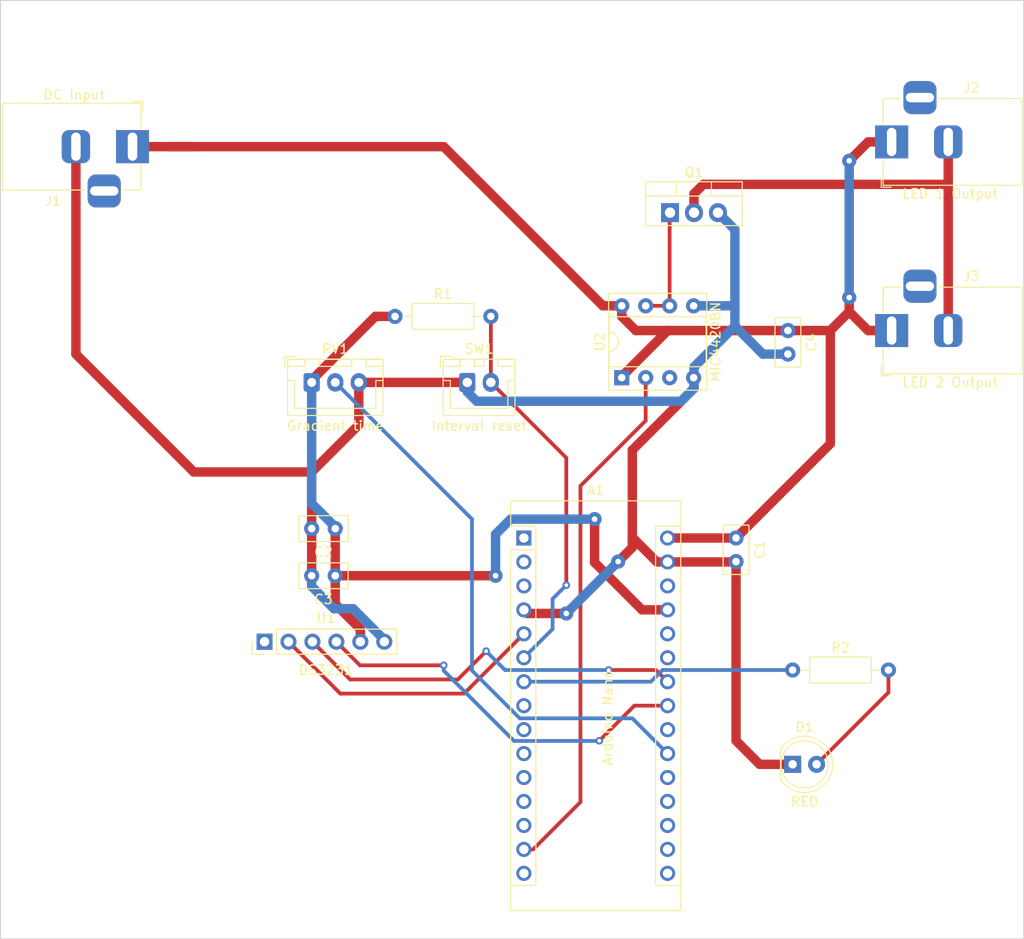
<source format=kicad_pcb>
(kicad_pcb (version 20171130) (host pcbnew "(5.1.7-0-10_14)")

  (general
    (thickness 1.6)
    (drawings 4)
    (tracks 143)
    (zones 0)
    (modules 16)
    (nets 14)
  )

  (page A4)
  (title_block
    (title "Aquarium clock-driven LED dimmer")
    (date 2020-10-21)
    (rev v1.0)
    (company "Martin Jakubik")
  )

  (layers
    (0 F.Cu signal)
    (31 B.Cu signal)
    (33 F.Adhes user)
    (35 F.Paste user)
    (37 F.SilkS user)
    (38 B.Mask user)
    (39 F.Mask user)
    (40 Dwgs.User user)
    (41 Cmts.User user)
    (42 Eco1.User user)
    (43 Eco2.User user)
    (44 Edge.Cuts user)
    (45 Margin user)
    (46 B.CrtYd user)
    (47 F.CrtYd user)
    (49 F.Fab user)
  )

  (setup
    (last_trace_width 0.4)
    (user_trace_width 0.4)
    (user_trace_width 1)
    (trace_clearance 0.2)
    (zone_clearance 0.508)
    (zone_45_only no)
    (trace_min 0.2)
    (via_size 0.8)
    (via_drill 0.4)
    (via_min_size 0.4)
    (via_min_drill 0.3)
    (uvia_size 0.3)
    (uvia_drill 0.1)
    (uvias_allowed no)
    (uvia_min_size 0.2)
    (uvia_min_drill 0.1)
    (edge_width 0.12)
    (segment_width 0.12)
    (pcb_text_width 0.3)
    (pcb_text_size 1.5 1.5)
    (mod_edge_width 0.12)
    (mod_text_size 1 1)
    (mod_text_width 0.15)
    (pad_size 1.524 1.524)
    (pad_drill 0.762)
    (pad_to_mask_clearance 0)
    (aux_axis_origin 0 0)
    (visible_elements FFFFEF7F)
    (pcbplotparams
      (layerselection 0x010fc_ffffffff)
      (usegerberextensions false)
      (usegerberattributes true)
      (usegerberadvancedattributes true)
      (creategerberjobfile true)
      (excludeedgelayer true)
      (linewidth 0.100000)
      (plotframeref false)
      (viasonmask false)
      (mode 1)
      (useauxorigin false)
      (hpglpennumber 1)
      (hpglpenspeed 20)
      (hpglpendiameter 15.000000)
      (psnegative false)
      (psa4output false)
      (plotreference true)
      (plotvalue true)
      (plotinvisibletext false)
      (padsonsilk false)
      (subtractmaskfromsilk false)
      (outputformat 1)
      (mirror false)
      (drillshape 1)
      (scaleselection 1)
      (outputdirectory ""))
  )

  (net 0 "")
  (net 1 +12V)
  (net 2 MOSFET)
  (net 3 GND)
  (net 4 +5V)
  (net 5 LED_ERROR)
  (net 6 IN_RESET)
  (net 7 IN_GRAD)
  (net 8 INT)
  (net 9 "Net-(D1-Pad2)")
  (net 10 OUT_LED)
  (net 11 SCL)
  (net 12 SDA)
  (net 13 /MOSFET_OUT)

  (net_class Default "This is the default net class."
    (clearance 0.2)
    (trace_width 0.4)
    (via_dia 0.8)
    (via_drill 0.4)
    (uvia_dia 0.3)
    (uvia_drill 0.1)
    (add_net /MOSFET_OUT)
    (add_net INT)
    (add_net IN_GRAD)
    (add_net IN_RESET)
    (add_net LED_ERROR)
    (add_net MOSFET)
    (add_net "Net-(A1-Pad1)")
    (add_net "Net-(A1-Pad10)")
    (add_net "Net-(A1-Pad11)")
    (add_net "Net-(A1-Pad12)")
    (add_net "Net-(A1-Pad13)")
    (add_net "Net-(A1-Pad15)")
    (add_net "Net-(A1-Pad16)")
    (add_net "Net-(A1-Pad17)")
    (add_net "Net-(A1-Pad18)")
    (add_net "Net-(A1-Pad19)")
    (add_net "Net-(A1-Pad2)")
    (add_net "Net-(A1-Pad20)")
    (add_net "Net-(A1-Pad22)")
    (add_net "Net-(A1-Pad25)")
    (add_net "Net-(A1-Pad26)")
    (add_net "Net-(A1-Pad28)")
    (add_net "Net-(A1-Pad3)")
    (add_net "Net-(A1-Pad8)")
    (add_net "Net-(A1-Pad9)")
    (add_net "Net-(D1-Pad2)")
    (add_net "Net-(U1-Pad1)")
    (add_net "Net-(U2-Pad3)")
    (add_net SCL)
    (add_net SDA)
  )

  (net_class Power ""
    (clearance 0.5)
    (trace_width 1)
    (via_dia 1.5)
    (via_drill 0.6)
    (uvia_dia 0.3)
    (uvia_drill 0.1)
    (add_net +12V)
    (add_net +5V)
    (add_net GND)
    (add_net OUT_LED)
  )

  (module Package_DIP:DIP-8_W7.62mm_Socket (layer F.Cu) (tedit 5A02E8C5) (tstamp 5F9746B3)
    (at 130.88 96 90)
    (descr "8-lead though-hole mounted DIP package, row spacing 7.62 mm (300 mils), Socket")
    (tags "THT DIP DIL PDIP 2.54mm 7.62mm 300mil Socket")
    (path /5F97E402)
    (fp_text reference U2 (at 3.81 -2.33 90) (layer F.SilkS)
      (effects (font (size 1 1) (thickness 0.15)))
    )
    (fp_text value MIC4420BN (at 3.81 9.95 90) (layer F.SilkS)
      (effects (font (size 1 1) (thickness 0.15)))
    )
    (fp_text user %R (at 3.81 3.81 90) (layer F.Fab)
      (effects (font (size 1 1) (thickness 0.15)))
    )
    (fp_arc (start 3.81 -1.33) (end 2.81 -1.33) (angle -180) (layer F.SilkS) (width 0.12))
    (fp_line (start 1.635 -1.27) (end 6.985 -1.27) (layer F.Fab) (width 0.1))
    (fp_line (start 6.985 -1.27) (end 6.985 8.89) (layer F.Fab) (width 0.1))
    (fp_line (start 6.985 8.89) (end 0.635 8.89) (layer F.Fab) (width 0.1))
    (fp_line (start 0.635 8.89) (end 0.635 -0.27) (layer F.Fab) (width 0.1))
    (fp_line (start 0.635 -0.27) (end 1.635 -1.27) (layer F.Fab) (width 0.1))
    (fp_line (start -1.27 -1.33) (end -1.27 8.95) (layer F.Fab) (width 0.1))
    (fp_line (start -1.27 8.95) (end 8.89 8.95) (layer F.Fab) (width 0.1))
    (fp_line (start 8.89 8.95) (end 8.89 -1.33) (layer F.Fab) (width 0.1))
    (fp_line (start 8.89 -1.33) (end -1.27 -1.33) (layer F.Fab) (width 0.1))
    (fp_line (start 2.81 -1.33) (end 1.16 -1.33) (layer F.SilkS) (width 0.12))
    (fp_line (start 1.16 -1.33) (end 1.16 8.95) (layer F.SilkS) (width 0.12))
    (fp_line (start 1.16 8.95) (end 6.46 8.95) (layer F.SilkS) (width 0.12))
    (fp_line (start 6.46 8.95) (end 6.46 -1.33) (layer F.SilkS) (width 0.12))
    (fp_line (start 6.46 -1.33) (end 4.81 -1.33) (layer F.SilkS) (width 0.12))
    (fp_line (start -1.33 -1.39) (end -1.33 9.01) (layer F.SilkS) (width 0.12))
    (fp_line (start -1.33 9.01) (end 8.95 9.01) (layer F.SilkS) (width 0.12))
    (fp_line (start 8.95 9.01) (end 8.95 -1.39) (layer F.SilkS) (width 0.12))
    (fp_line (start 8.95 -1.39) (end -1.33 -1.39) (layer F.SilkS) (width 0.12))
    (fp_line (start -1.55 -1.6) (end -1.55 9.2) (layer F.CrtYd) (width 0.05))
    (fp_line (start -1.55 9.2) (end 9.15 9.2) (layer F.CrtYd) (width 0.05))
    (fp_line (start 9.15 9.2) (end 9.15 -1.6) (layer F.CrtYd) (width 0.05))
    (fp_line (start 9.15 -1.6) (end -1.55 -1.6) (layer F.CrtYd) (width 0.05))
    (pad 8 thru_hole oval (at 7.62 0 90) (size 1.6 1.6) (drill 0.8) (layers *.Cu *.Mask)
      (net 1 +12V))
    (pad 4 thru_hole oval (at 0 7.62 90) (size 1.6 1.6) (drill 0.8) (layers *.Cu *.Mask)
      (net 3 GND))
    (pad 7 thru_hole oval (at 7.62 2.54 90) (size 1.6 1.6) (drill 0.8) (layers *.Cu *.Mask)
      (net 13 /MOSFET_OUT))
    (pad 3 thru_hole oval (at 0 5.08 90) (size 1.6 1.6) (drill 0.8) (layers *.Cu *.Mask))
    (pad 6 thru_hole oval (at 7.62 5.08 90) (size 1.6 1.6) (drill 0.8) (layers *.Cu *.Mask)
      (net 13 /MOSFET_OUT))
    (pad 2 thru_hole oval (at 0 2.54 90) (size 1.6 1.6) (drill 0.8) (layers *.Cu *.Mask)
      (net 2 MOSFET))
    (pad 5 thru_hole oval (at 7.62 7.62 90) (size 1.6 1.6) (drill 0.8) (layers *.Cu *.Mask)
      (net 3 GND))
    (pad 1 thru_hole rect (at 0 0 90) (size 1.6 1.6) (drill 0.8) (layers *.Cu *.Mask)
      (net 1 +12V))
    (model ${KISYS3DMOD}/Package_DIP.3dshapes/DIP-8_W7.62mm_Socket.wrl
      (at (xyz 0 0 0))
      (scale (xyz 1 1 1))
      (rotate (xyz 0 0 0))
    )
  )

  (module Connector_PinHeader_2.54mm:PinHeader_1x06_P2.54mm_Vertical (layer F.Cu) (tedit 59FED5CC) (tstamp 5F97468F)
    (at 93 124 90)
    (descr "Through hole straight pin header, 1x06, 2.54mm pitch, single row")
    (tags "Through hole pin header THT 1x06 2.54mm single row")
    (path /5F96F3F0)
    (fp_text reference U1 (at 2.5 6.5 180) (layer F.SilkS)
      (effects (font (size 1 1) (thickness 0.15)))
    )
    (fp_text value DS3231 (at -3 6.5 180) (layer F.SilkS)
      (effects (font (size 1 1) (thickness 0.15)))
    )
    (fp_text user %R (at 0 6.35) (layer F.Fab)
      (effects (font (size 1 1) (thickness 0.15)))
    )
    (fp_line (start -0.635 -1.27) (end 1.27 -1.27) (layer F.Fab) (width 0.1))
    (fp_line (start 1.27 -1.27) (end 1.27 13.97) (layer F.Fab) (width 0.1))
    (fp_line (start 1.27 13.97) (end -1.27 13.97) (layer F.Fab) (width 0.1))
    (fp_line (start -1.27 13.97) (end -1.27 -0.635) (layer F.Fab) (width 0.1))
    (fp_line (start -1.27 -0.635) (end -0.635 -1.27) (layer F.Fab) (width 0.1))
    (fp_line (start -1.33 14.03) (end 1.33 14.03) (layer F.SilkS) (width 0.12))
    (fp_line (start -1.33 1.27) (end -1.33 14.03) (layer F.SilkS) (width 0.12))
    (fp_line (start 1.33 1.27) (end 1.33 14.03) (layer F.SilkS) (width 0.12))
    (fp_line (start -1.33 1.27) (end 1.33 1.27) (layer F.SilkS) (width 0.12))
    (fp_line (start -1.33 0) (end -1.33 -1.33) (layer F.SilkS) (width 0.12))
    (fp_line (start -1.33 -1.33) (end 0 -1.33) (layer F.SilkS) (width 0.12))
    (fp_line (start -1.8 -1.8) (end -1.8 14.5) (layer F.CrtYd) (width 0.05))
    (fp_line (start -1.8 14.5) (end 1.8 14.5) (layer F.CrtYd) (width 0.05))
    (fp_line (start 1.8 14.5) (end 1.8 -1.8) (layer F.CrtYd) (width 0.05))
    (fp_line (start 1.8 -1.8) (end -1.8 -1.8) (layer F.CrtYd) (width 0.05))
    (pad 6 thru_hole oval (at 0 12.7 90) (size 1.7 1.7) (drill 1) (layers *.Cu *.Mask)
      (net 3 GND))
    (pad 5 thru_hole oval (at 0 10.16 90) (size 1.7 1.7) (drill 1) (layers *.Cu *.Mask)
      (net 4 +5V))
    (pad 4 thru_hole oval (at 0 7.62 90) (size 1.7 1.7) (drill 1) (layers *.Cu *.Mask)
      (net 12 SDA))
    (pad 3 thru_hole oval (at 0 5.08 90) (size 1.7 1.7) (drill 1) (layers *.Cu *.Mask)
      (net 11 SCL))
    (pad 2 thru_hole oval (at 0 2.54 90) (size 1.7 1.7) (drill 1) (layers *.Cu *.Mask)
      (net 8 INT))
    (pad 1 thru_hole rect (at 0 0 90) (size 1.7 1.7) (drill 1) (layers *.Cu *.Mask))
    (model ${KISYS3DMOD}/Connector_PinHeader_2.54mm.3dshapes/PinHeader_1x06_P2.54mm_Vertical.wrl
      (at (xyz 0 0 0))
      (scale (xyz 1 1 1))
      (rotate (xyz 0 0 0))
    )
  )

  (module Capacitor_THT:C_Disc_D5.0mm_W2.5mm_P2.50mm (layer F.Cu) (tedit 5AE50EF0) (tstamp 5F97445A)
    (at 100.5 117 180)
    (descr "C, Disc series, Radial, pin pitch=2.50mm, , diameter*width=5*2.5mm^2, Capacitor, http://cdn-reichelt.de/documents/datenblatt/B300/DS_KERKO_TC.pdf")
    (tags "C Disc series Radial pin pitch 2.50mm  diameter 5mm width 2.5mm Capacitor")
    (path /5F972B26)
    (fp_text reference C3 (at 1.25 -2.5) (layer F.SilkS)
      (effects (font (size 1 1) (thickness 0.15)))
    )
    (fp_text value 0.1u (at 1.25 2.5) (layer F.Fab)
      (effects (font (size 1 1) (thickness 0.15)))
    )
    (fp_text user %R (at 1.25 0) (layer F.Fab)
      (effects (font (size 1 1) (thickness 0.15)))
    )
    (fp_line (start -1.25 -1.25) (end -1.25 1.25) (layer F.Fab) (width 0.1))
    (fp_line (start -1.25 1.25) (end 3.75 1.25) (layer F.Fab) (width 0.1))
    (fp_line (start 3.75 1.25) (end 3.75 -1.25) (layer F.Fab) (width 0.1))
    (fp_line (start 3.75 -1.25) (end -1.25 -1.25) (layer F.Fab) (width 0.1))
    (fp_line (start -1.37 -1.37) (end 3.87 -1.37) (layer F.SilkS) (width 0.12))
    (fp_line (start -1.37 1.37) (end 3.87 1.37) (layer F.SilkS) (width 0.12))
    (fp_line (start -1.37 -1.37) (end -1.37 1.37) (layer F.SilkS) (width 0.12))
    (fp_line (start 3.87 -1.37) (end 3.87 1.37) (layer F.SilkS) (width 0.12))
    (fp_line (start -1.5 -1.5) (end -1.5 1.5) (layer F.CrtYd) (width 0.05))
    (fp_line (start -1.5 1.5) (end 4 1.5) (layer F.CrtYd) (width 0.05))
    (fp_line (start 4 1.5) (end 4 -1.5) (layer F.CrtYd) (width 0.05))
    (fp_line (start 4 -1.5) (end -1.5 -1.5) (layer F.CrtYd) (width 0.05))
    (pad 2 thru_hole circle (at 2.5 0 180) (size 1.6 1.6) (drill 0.8) (layers *.Cu *.Mask)
      (net 3 GND))
    (pad 1 thru_hole circle (at 0 0 180) (size 1.6 1.6) (drill 0.8) (layers *.Cu *.Mask)
      (net 4 +5V))
    (model ${KISYS3DMOD}/Capacitor_THT.3dshapes/C_Disc_D5.0mm_W2.5mm_P2.50mm.wrl
      (at (xyz 0 0 0))
      (scale (xyz 1 1 1))
      (rotate (xyz 0 0 0))
    )
  )

  (module Module:Arduino_Nano (layer F.Cu) (tedit 58ACAF70) (tstamp 5F903463)
    (at 120.5 113)
    (descr "Arduino Nano, http://www.mouser.com/pdfdocs/Gravitech_Arduino_Nano3_0.pdf")
    (tags "Arduino Nano")
    (path /5F7D8F27)
    (fp_text reference A1 (at 7.62 -5.08) (layer F.SilkS)
      (effects (font (size 1 1) (thickness 0.15)))
    )
    (fp_text value "Arduino Nano" (at 8.89 19.05 90) (layer F.SilkS)
      (effects (font (size 1 1) (thickness 0.15)))
    )
    (fp_line (start 16.75 42.16) (end -1.53 42.16) (layer F.CrtYd) (width 0.05))
    (fp_line (start 16.75 42.16) (end 16.75 -4.06) (layer F.CrtYd) (width 0.05))
    (fp_line (start -1.53 -4.06) (end -1.53 42.16) (layer F.CrtYd) (width 0.05))
    (fp_line (start -1.53 -4.06) (end 16.75 -4.06) (layer F.CrtYd) (width 0.05))
    (fp_line (start 16.51 -3.81) (end 16.51 39.37) (layer F.Fab) (width 0.1))
    (fp_line (start 0 -3.81) (end 16.51 -3.81) (layer F.Fab) (width 0.1))
    (fp_line (start -1.27 -2.54) (end 0 -3.81) (layer F.Fab) (width 0.1))
    (fp_line (start -1.27 39.37) (end -1.27 -2.54) (layer F.Fab) (width 0.1))
    (fp_line (start 16.51 39.37) (end -1.27 39.37) (layer F.Fab) (width 0.1))
    (fp_line (start 16.64 -3.94) (end -1.4 -3.94) (layer F.SilkS) (width 0.12))
    (fp_line (start 16.64 39.5) (end 16.64 -3.94) (layer F.SilkS) (width 0.12))
    (fp_line (start -1.4 39.5) (end 16.64 39.5) (layer F.SilkS) (width 0.12))
    (fp_line (start 3.81 41.91) (end 3.81 31.75) (layer F.Fab) (width 0.1))
    (fp_line (start 11.43 41.91) (end 3.81 41.91) (layer F.Fab) (width 0.1))
    (fp_line (start 11.43 31.75) (end 11.43 41.91) (layer F.Fab) (width 0.1))
    (fp_line (start 3.81 31.75) (end 11.43 31.75) (layer F.Fab) (width 0.1))
    (fp_line (start 1.27 36.83) (end -1.4 36.83) (layer F.SilkS) (width 0.12))
    (fp_line (start 1.27 1.27) (end 1.27 36.83) (layer F.SilkS) (width 0.12))
    (fp_line (start 1.27 1.27) (end -1.4 1.27) (layer F.SilkS) (width 0.12))
    (fp_line (start 13.97 36.83) (end 16.64 36.83) (layer F.SilkS) (width 0.12))
    (fp_line (start 13.97 -1.27) (end 13.97 36.83) (layer F.SilkS) (width 0.12))
    (fp_line (start 13.97 -1.27) (end 16.64 -1.27) (layer F.SilkS) (width 0.12))
    (fp_line (start -1.4 -3.94) (end -1.4 -1.27) (layer F.SilkS) (width 0.12))
    (fp_line (start -1.4 1.27) (end -1.4 39.5) (layer F.SilkS) (width 0.12))
    (fp_line (start 1.27 -1.27) (end -1.4 -1.27) (layer F.SilkS) (width 0.12))
    (fp_line (start 1.27 1.27) (end 1.27 -1.27) (layer F.SilkS) (width 0.12))
    (fp_text user %R (at 6.35 19.05 90) (layer F.Fab)
      (effects (font (size 1 1) (thickness 0.15)))
    )
    (pad 16 thru_hole oval (at 15.24 35.56) (size 1.6 1.6) (drill 1) (layers *.Cu *.Mask))
    (pad 15 thru_hole oval (at 0 35.56) (size 1.6 1.6) (drill 1) (layers *.Cu *.Mask))
    (pad 30 thru_hole oval (at 15.24 0) (size 1.6 1.6) (drill 1) (layers *.Cu *.Mask)
      (net 1 +12V))
    (pad 14 thru_hole oval (at 0 33.02) (size 1.6 1.6) (drill 1) (layers *.Cu *.Mask)
      (net 2 MOSFET))
    (pad 29 thru_hole oval (at 15.24 2.54) (size 1.6 1.6) (drill 1) (layers *.Cu *.Mask)
      (net 3 GND))
    (pad 13 thru_hole oval (at 0 30.48) (size 1.6 1.6) (drill 1) (layers *.Cu *.Mask))
    (pad 28 thru_hole oval (at 15.24 5.08) (size 1.6 1.6) (drill 1) (layers *.Cu *.Mask))
    (pad 12 thru_hole oval (at 0 27.94) (size 1.6 1.6) (drill 1) (layers *.Cu *.Mask))
    (pad 27 thru_hole oval (at 15.24 7.62) (size 1.6 1.6) (drill 1) (layers *.Cu *.Mask)
      (net 4 +5V))
    (pad 11 thru_hole oval (at 0 25.4) (size 1.6 1.6) (drill 1) (layers *.Cu *.Mask))
    (pad 26 thru_hole oval (at 15.24 10.16) (size 1.6 1.6) (drill 1) (layers *.Cu *.Mask))
    (pad 10 thru_hole oval (at 0 22.86) (size 1.6 1.6) (drill 1) (layers *.Cu *.Mask))
    (pad 25 thru_hole oval (at 15.24 12.7) (size 1.6 1.6) (drill 1) (layers *.Cu *.Mask))
    (pad 9 thru_hole oval (at 0 20.32) (size 1.6 1.6) (drill 1) (layers *.Cu *.Mask))
    (pad 24 thru_hole oval (at 15.24 15.24) (size 1.6 1.6) (drill 1) (layers *.Cu *.Mask)
      (net 11 SCL))
    (pad 8 thru_hole oval (at 0 17.78) (size 1.6 1.6) (drill 1) (layers *.Cu *.Mask))
    (pad 23 thru_hole oval (at 15.24 17.78) (size 1.6 1.6) (drill 1) (layers *.Cu *.Mask)
      (net 12 SDA))
    (pad 7 thru_hole oval (at 0 15.24) (size 1.6 1.6) (drill 1) (layers *.Cu *.Mask)
      (net 5 LED_ERROR))
    (pad 22 thru_hole oval (at 15.24 20.32) (size 1.6 1.6) (drill 1) (layers *.Cu *.Mask))
    (pad 6 thru_hole oval (at 0 12.7) (size 1.6 1.6) (drill 1) (layers *.Cu *.Mask)
      (net 6 IN_RESET))
    (pad 21 thru_hole oval (at 15.24 22.86) (size 1.6 1.6) (drill 1) (layers *.Cu *.Mask)
      (net 7 IN_GRAD))
    (pad 5 thru_hole oval (at 0 10.16) (size 1.6 1.6) (drill 1) (layers *.Cu *.Mask)
      (net 8 INT))
    (pad 20 thru_hole oval (at 15.24 25.4) (size 1.6 1.6) (drill 1) (layers *.Cu *.Mask))
    (pad 4 thru_hole oval (at 0 7.62) (size 1.6 1.6) (drill 1) (layers *.Cu *.Mask)
      (net 3 GND))
    (pad 19 thru_hole oval (at 15.24 27.94) (size 1.6 1.6) (drill 1) (layers *.Cu *.Mask))
    (pad 3 thru_hole oval (at 0 5.08) (size 1.6 1.6) (drill 1) (layers *.Cu *.Mask))
    (pad 18 thru_hole oval (at 15.24 30.48) (size 1.6 1.6) (drill 1) (layers *.Cu *.Mask))
    (pad 2 thru_hole oval (at 0 2.54) (size 1.6 1.6) (drill 1) (layers *.Cu *.Mask))
    (pad 17 thru_hole oval (at 15.24 33.02) (size 1.6 1.6) (drill 1) (layers *.Cu *.Mask))
    (pad 1 thru_hole rect (at 0 0) (size 1.6 1.6) (drill 1) (layers *.Cu *.Mask))
    (model ${KISYS3DMOD}/Module.3dshapes/Arduino_Nano_WithMountingHoles.wrl
      (at (xyz 0 0 0))
      (scale (xyz 1 1 1))
      (rotate (xyz 0 0 0))
    )
  )

  (module Capacitor_THT:C_Disc_D5.0mm_W2.5mm_P2.50mm (layer F.Cu) (tedit 5AE50EF0) (tstamp 5F9075FB)
    (at 143 113 270)
    (descr "C, Disc series, Radial, pin pitch=2.50mm, , diameter*width=5*2.5mm^2, Capacitor, http://cdn-reichelt.de/documents/datenblatt/B300/DS_KERKO_TC.pdf")
    (tags "C Disc series Radial pin pitch 2.50mm  diameter 5mm width 2.5mm Capacitor")
    (path /5F7EAC1B)
    (fp_text reference C1 (at 1.25 -2.5 90) (layer F.SilkS)
      (effects (font (size 1 1) (thickness 0.15)))
    )
    (fp_text value 10u (at 1.25 2.5 90) (layer F.Fab)
      (effects (font (size 1 1) (thickness 0.15)))
    )
    (fp_line (start 4 -1.5) (end -1.5 -1.5) (layer F.CrtYd) (width 0.05))
    (fp_line (start 4 1.5) (end 4 -1.5) (layer F.CrtYd) (width 0.05))
    (fp_line (start -1.5 1.5) (end 4 1.5) (layer F.CrtYd) (width 0.05))
    (fp_line (start -1.5 -1.5) (end -1.5 1.5) (layer F.CrtYd) (width 0.05))
    (fp_line (start 3.87 -1.37) (end 3.87 1.37) (layer F.SilkS) (width 0.12))
    (fp_line (start -1.37 -1.37) (end -1.37 1.37) (layer F.SilkS) (width 0.12))
    (fp_line (start -1.37 1.37) (end 3.87 1.37) (layer F.SilkS) (width 0.12))
    (fp_line (start -1.37 -1.37) (end 3.87 -1.37) (layer F.SilkS) (width 0.12))
    (fp_line (start 3.75 -1.25) (end -1.25 -1.25) (layer F.Fab) (width 0.1))
    (fp_line (start 3.75 1.25) (end 3.75 -1.25) (layer F.Fab) (width 0.1))
    (fp_line (start -1.25 1.25) (end 3.75 1.25) (layer F.Fab) (width 0.1))
    (fp_line (start -1.25 -1.25) (end -1.25 1.25) (layer F.Fab) (width 0.1))
    (fp_text user %R (at 1.25 0 90) (layer F.Fab)
      (effects (font (size 1 1) (thickness 0.15)))
    )
    (pad 2 thru_hole circle (at 2.5 0 270) (size 1.6 1.6) (drill 0.8) (layers *.Cu *.Mask)
      (net 3 GND))
    (pad 1 thru_hole circle (at 0 0 270) (size 1.6 1.6) (drill 0.8) (layers *.Cu *.Mask)
      (net 1 +12V))
    (model ${KISYS3DMOD}/Capacitor_THT.3dshapes/C_Disc_D5.0mm_W2.5mm_P2.50mm.wrl
      (at (xyz 0 0 0))
      (scale (xyz 1 1 1))
      (rotate (xyz 0 0 0))
    )
  )

  (module Connector_JST:JST_XH_B2B-XH-A_1x02_P2.50mm_Vertical (layer F.Cu) (tedit 5C28146C) (tstamp 5F9035B2)
    (at 114.5 96.5)
    (descr "JST XH series connector, B2B-XH-A (http://www.jst-mfg.com/product/pdf/eng/eXH.pdf), generated with kicad-footprint-generator")
    (tags "connector JST XH vertical")
    (path /5F7EE74A)
    (fp_text reference SW1 (at 1.25 -3.55) (layer F.SilkS)
      (effects (font (size 1 1) (thickness 0.15)))
    )
    (fp_text value "Interval reset" (at 1.25 4.6) (layer F.SilkS)
      (effects (font (size 1 1) (thickness 0.15)))
    )
    (fp_line (start -2.85 -2.75) (end -2.85 -1.5) (layer F.SilkS) (width 0.12))
    (fp_line (start -1.6 -2.75) (end -2.85 -2.75) (layer F.SilkS) (width 0.12))
    (fp_line (start 4.3 2.75) (end 1.25 2.75) (layer F.SilkS) (width 0.12))
    (fp_line (start 4.3 -0.2) (end 4.3 2.75) (layer F.SilkS) (width 0.12))
    (fp_line (start 5.05 -0.2) (end 4.3 -0.2) (layer F.SilkS) (width 0.12))
    (fp_line (start -1.8 2.75) (end 1.25 2.75) (layer F.SilkS) (width 0.12))
    (fp_line (start -1.8 -0.2) (end -1.8 2.75) (layer F.SilkS) (width 0.12))
    (fp_line (start -2.55 -0.2) (end -1.8 -0.2) (layer F.SilkS) (width 0.12))
    (fp_line (start 5.05 -2.45) (end 3.25 -2.45) (layer F.SilkS) (width 0.12))
    (fp_line (start 5.05 -1.7) (end 5.05 -2.45) (layer F.SilkS) (width 0.12))
    (fp_line (start 3.25 -1.7) (end 5.05 -1.7) (layer F.SilkS) (width 0.12))
    (fp_line (start 3.25 -2.45) (end 3.25 -1.7) (layer F.SilkS) (width 0.12))
    (fp_line (start -0.75 -2.45) (end -2.55 -2.45) (layer F.SilkS) (width 0.12))
    (fp_line (start -0.75 -1.7) (end -0.75 -2.45) (layer F.SilkS) (width 0.12))
    (fp_line (start -2.55 -1.7) (end -0.75 -1.7) (layer F.SilkS) (width 0.12))
    (fp_line (start -2.55 -2.45) (end -2.55 -1.7) (layer F.SilkS) (width 0.12))
    (fp_line (start 1.75 -2.45) (end 0.75 -2.45) (layer F.SilkS) (width 0.12))
    (fp_line (start 1.75 -1.7) (end 1.75 -2.45) (layer F.SilkS) (width 0.12))
    (fp_line (start 0.75 -1.7) (end 1.75 -1.7) (layer F.SilkS) (width 0.12))
    (fp_line (start 0.75 -2.45) (end 0.75 -1.7) (layer F.SilkS) (width 0.12))
    (fp_line (start 0 -1.35) (end 0.625 -2.35) (layer F.Fab) (width 0.1))
    (fp_line (start -0.625 -2.35) (end 0 -1.35) (layer F.Fab) (width 0.1))
    (fp_line (start 5.45 -2.85) (end -2.95 -2.85) (layer F.CrtYd) (width 0.05))
    (fp_line (start 5.45 3.9) (end 5.45 -2.85) (layer F.CrtYd) (width 0.05))
    (fp_line (start -2.95 3.9) (end 5.45 3.9) (layer F.CrtYd) (width 0.05))
    (fp_line (start -2.95 -2.85) (end -2.95 3.9) (layer F.CrtYd) (width 0.05))
    (fp_line (start 5.06 -2.46) (end -2.56 -2.46) (layer F.SilkS) (width 0.12))
    (fp_line (start 5.06 3.51) (end 5.06 -2.46) (layer F.SilkS) (width 0.12))
    (fp_line (start -2.56 3.51) (end 5.06 3.51) (layer F.SilkS) (width 0.12))
    (fp_line (start -2.56 -2.46) (end -2.56 3.51) (layer F.SilkS) (width 0.12))
    (fp_line (start 4.95 -2.35) (end -2.45 -2.35) (layer F.Fab) (width 0.1))
    (fp_line (start 4.95 3.4) (end 4.95 -2.35) (layer F.Fab) (width 0.1))
    (fp_line (start -2.45 3.4) (end 4.95 3.4) (layer F.Fab) (width 0.1))
    (fp_line (start -2.45 -2.35) (end -2.45 3.4) (layer F.Fab) (width 0.1))
    (fp_text user %R (at 1.25 2.7) (layer F.Fab)
      (effects (font (size 1 1) (thickness 0.15)))
    )
    (pad 2 thru_hole oval (at 2.5 0) (size 1.7 2) (drill 1) (layers *.Cu *.Mask)
      (net 6 IN_RESET))
    (pad 1 thru_hole roundrect (at 0 0) (size 1.7 2) (drill 1) (layers *.Cu *.Mask) (roundrect_rratio 0.147059)
      (net 3 GND))
    (model ${KISYS3DMOD}/Connector_JST.3dshapes/JST_XH_B2B-XH-A_1x02_P2.50mm_Vertical.wrl
      (at (xyz 0 0 0))
      (scale (xyz 1 1 1))
      (rotate (xyz 0 0 0))
    )
  )

  (module Connector_JST:JST_XH_B3B-XH-A_1x03_P2.50mm_Vertical (layer F.Cu) (tedit 5C28146C) (tstamp 5F903589)
    (at 98 96.5)
    (descr "JST XH series connector, B3B-XH-A (http://www.jst-mfg.com/product/pdf/eng/eXH.pdf), generated with kicad-footprint-generator")
    (tags "connector JST XH vertical")
    (path /5F7EF3C5)
    (fp_text reference RV1 (at 2.5 -3.55) (layer F.SilkS)
      (effects (font (size 1 1) (thickness 0.15)))
    )
    (fp_text value "Gradient time" (at 2.5 4.6) (layer F.SilkS)
      (effects (font (size 1 1) (thickness 0.15)))
    )
    (fp_line (start -2.85 -2.75) (end -2.85 -1.5) (layer F.SilkS) (width 0.12))
    (fp_line (start -1.6 -2.75) (end -2.85 -2.75) (layer F.SilkS) (width 0.12))
    (fp_line (start 6.8 2.75) (end 2.5 2.75) (layer F.SilkS) (width 0.12))
    (fp_line (start 6.8 -0.2) (end 6.8 2.75) (layer F.SilkS) (width 0.12))
    (fp_line (start 7.55 -0.2) (end 6.8 -0.2) (layer F.SilkS) (width 0.12))
    (fp_line (start -1.8 2.75) (end 2.5 2.75) (layer F.SilkS) (width 0.12))
    (fp_line (start -1.8 -0.2) (end -1.8 2.75) (layer F.SilkS) (width 0.12))
    (fp_line (start -2.55 -0.2) (end -1.8 -0.2) (layer F.SilkS) (width 0.12))
    (fp_line (start 7.55 -2.45) (end 5.75 -2.45) (layer F.SilkS) (width 0.12))
    (fp_line (start 7.55 -1.7) (end 7.55 -2.45) (layer F.SilkS) (width 0.12))
    (fp_line (start 5.75 -1.7) (end 7.55 -1.7) (layer F.SilkS) (width 0.12))
    (fp_line (start 5.75 -2.45) (end 5.75 -1.7) (layer F.SilkS) (width 0.12))
    (fp_line (start -0.75 -2.45) (end -2.55 -2.45) (layer F.SilkS) (width 0.12))
    (fp_line (start -0.75 -1.7) (end -0.75 -2.45) (layer F.SilkS) (width 0.12))
    (fp_line (start -2.55 -1.7) (end -0.75 -1.7) (layer F.SilkS) (width 0.12))
    (fp_line (start -2.55 -2.45) (end -2.55 -1.7) (layer F.SilkS) (width 0.12))
    (fp_line (start 4.25 -2.45) (end 0.75 -2.45) (layer F.SilkS) (width 0.12))
    (fp_line (start 4.25 -1.7) (end 4.25 -2.45) (layer F.SilkS) (width 0.12))
    (fp_line (start 0.75 -1.7) (end 4.25 -1.7) (layer F.SilkS) (width 0.12))
    (fp_line (start 0.75 -2.45) (end 0.75 -1.7) (layer F.SilkS) (width 0.12))
    (fp_line (start 0 -1.35) (end 0.625 -2.35) (layer F.Fab) (width 0.1))
    (fp_line (start -0.625 -2.35) (end 0 -1.35) (layer F.Fab) (width 0.1))
    (fp_line (start 7.95 -2.85) (end -2.95 -2.85) (layer F.CrtYd) (width 0.05))
    (fp_line (start 7.95 3.9) (end 7.95 -2.85) (layer F.CrtYd) (width 0.05))
    (fp_line (start -2.95 3.9) (end 7.95 3.9) (layer F.CrtYd) (width 0.05))
    (fp_line (start -2.95 -2.85) (end -2.95 3.9) (layer F.CrtYd) (width 0.05))
    (fp_line (start 7.56 -2.46) (end -2.56 -2.46) (layer F.SilkS) (width 0.12))
    (fp_line (start 7.56 3.51) (end 7.56 -2.46) (layer F.SilkS) (width 0.12))
    (fp_line (start -2.56 3.51) (end 7.56 3.51) (layer F.SilkS) (width 0.12))
    (fp_line (start -2.56 -2.46) (end -2.56 3.51) (layer F.SilkS) (width 0.12))
    (fp_line (start 7.45 -2.35) (end -2.45 -2.35) (layer F.Fab) (width 0.1))
    (fp_line (start 7.45 3.4) (end 7.45 -2.35) (layer F.Fab) (width 0.1))
    (fp_line (start -2.45 3.4) (end 7.45 3.4) (layer F.Fab) (width 0.1))
    (fp_line (start -2.45 -2.35) (end -2.45 3.4) (layer F.Fab) (width 0.1))
    (fp_text user %R (at 2.5 2.7) (layer F.Fab)
      (effects (font (size 1 1) (thickness 0.15)))
    )
    (pad 3 thru_hole oval (at 5 0) (size 1.7 1.95) (drill 0.95) (layers *.Cu *.Mask)
      (net 3 GND))
    (pad 2 thru_hole oval (at 2.5 0) (size 1.7 1.95) (drill 0.95) (layers *.Cu *.Mask)
      (net 7 IN_GRAD))
    (pad 1 thru_hole roundrect (at 0 0) (size 1.7 1.95) (drill 0.95) (layers *.Cu *.Mask) (roundrect_rratio 0.147059)
      (net 4 +5V))
    (model ${KISYS3DMOD}/Connector_JST.3dshapes/JST_XH_B3B-XH-A_1x03_P2.50mm_Vertical.wrl
      (at (xyz 0 0 0))
      (scale (xyz 1 1 1))
      (rotate (xyz 0 0 0))
    )
  )

  (module Resistor_THT:R_Axial_DIN0207_L6.3mm_D2.5mm_P10.16mm_Horizontal (layer F.Cu) (tedit 5AE5139B) (tstamp 5F9076EC)
    (at 149 127)
    (descr "Resistor, Axial_DIN0207 series, Axial, Horizontal, pin pitch=10.16mm, 0.25W = 1/4W, length*diameter=6.3*2.5mm^2, http://cdn-reichelt.de/documents/datenblatt/B400/1_4W%23YAG.pdf")
    (tags "Resistor Axial_DIN0207 series Axial Horizontal pin pitch 10.16mm 0.25W = 1/4W length 6.3mm diameter 2.5mm")
    (path /5F8DB3E4)
    (fp_text reference R2 (at 5.08 -2.37) (layer F.SilkS)
      (effects (font (size 1 1) (thickness 0.15)))
    )
    (fp_text value 1k (at 5.08 2.37) (layer F.Fab)
      (effects (font (size 1 1) (thickness 0.15)))
    )
    (fp_line (start 11.21 -1.5) (end -1.05 -1.5) (layer F.CrtYd) (width 0.05))
    (fp_line (start 11.21 1.5) (end 11.21 -1.5) (layer F.CrtYd) (width 0.05))
    (fp_line (start -1.05 1.5) (end 11.21 1.5) (layer F.CrtYd) (width 0.05))
    (fp_line (start -1.05 -1.5) (end -1.05 1.5) (layer F.CrtYd) (width 0.05))
    (fp_line (start 9.12 0) (end 8.35 0) (layer F.SilkS) (width 0.12))
    (fp_line (start 1.04 0) (end 1.81 0) (layer F.SilkS) (width 0.12))
    (fp_line (start 8.35 -1.37) (end 1.81 -1.37) (layer F.SilkS) (width 0.12))
    (fp_line (start 8.35 1.37) (end 8.35 -1.37) (layer F.SilkS) (width 0.12))
    (fp_line (start 1.81 1.37) (end 8.35 1.37) (layer F.SilkS) (width 0.12))
    (fp_line (start 1.81 -1.37) (end 1.81 1.37) (layer F.SilkS) (width 0.12))
    (fp_line (start 10.16 0) (end 8.23 0) (layer F.Fab) (width 0.1))
    (fp_line (start 0 0) (end 1.93 0) (layer F.Fab) (width 0.1))
    (fp_line (start 8.23 -1.25) (end 1.93 -1.25) (layer F.Fab) (width 0.1))
    (fp_line (start 8.23 1.25) (end 8.23 -1.25) (layer F.Fab) (width 0.1))
    (fp_line (start 1.93 1.25) (end 8.23 1.25) (layer F.Fab) (width 0.1))
    (fp_line (start 1.93 -1.25) (end 1.93 1.25) (layer F.Fab) (width 0.1))
    (fp_text user %R (at 5.08 0) (layer F.Fab)
      (effects (font (size 1 1) (thickness 0.15)))
    )
    (pad 2 thru_hole oval (at 10.16 0) (size 1.6 1.6) (drill 0.8) (layers *.Cu *.Mask)
      (net 9 "Net-(D1-Pad2)"))
    (pad 1 thru_hole circle (at 0 0) (size 1.6 1.6) (drill 0.8) (layers *.Cu *.Mask)
      (net 5 LED_ERROR))
    (model ${KISYS3DMOD}/Resistor_THT.3dshapes/R_Axial_DIN0207_L6.3mm_D2.5mm_P10.16mm_Horizontal.wrl
      (at (xyz 0 0 0))
      (scale (xyz 1 1 1))
      (rotate (xyz 0 0 0))
    )
  )

  (module Resistor_THT:R_Axial_DIN0207_L6.3mm_D2.5mm_P10.16mm_Horizontal (layer F.Cu) (tedit 5AE5139B) (tstamp 5F903548)
    (at 106.84 89.5)
    (descr "Resistor, Axial_DIN0207 series, Axial, Horizontal, pin pitch=10.16mm, 0.25W = 1/4W, length*diameter=6.3*2.5mm^2, http://cdn-reichelt.de/documents/datenblatt/B400/1_4W%23YAG.pdf")
    (tags "Resistor Axial_DIN0207 series Axial Horizontal pin pitch 10.16mm 0.25W = 1/4W length 6.3mm diameter 2.5mm")
    (path /5F800FD0)
    (fp_text reference R1 (at 5.08 -2.37) (layer F.SilkS)
      (effects (font (size 1 1) (thickness 0.15)))
    )
    (fp_text value 100k (at 5.08 2.37) (layer F.Fab)
      (effects (font (size 1 1) (thickness 0.15)))
    )
    (fp_line (start 11.21 -1.5) (end -1.05 -1.5) (layer F.CrtYd) (width 0.05))
    (fp_line (start 11.21 1.5) (end 11.21 -1.5) (layer F.CrtYd) (width 0.05))
    (fp_line (start -1.05 1.5) (end 11.21 1.5) (layer F.CrtYd) (width 0.05))
    (fp_line (start -1.05 -1.5) (end -1.05 1.5) (layer F.CrtYd) (width 0.05))
    (fp_line (start 9.12 0) (end 8.35 0) (layer F.SilkS) (width 0.12))
    (fp_line (start 1.04 0) (end 1.81 0) (layer F.SilkS) (width 0.12))
    (fp_line (start 8.35 -1.37) (end 1.81 -1.37) (layer F.SilkS) (width 0.12))
    (fp_line (start 8.35 1.37) (end 8.35 -1.37) (layer F.SilkS) (width 0.12))
    (fp_line (start 1.81 1.37) (end 8.35 1.37) (layer F.SilkS) (width 0.12))
    (fp_line (start 1.81 -1.37) (end 1.81 1.37) (layer F.SilkS) (width 0.12))
    (fp_line (start 10.16 0) (end 8.23 0) (layer F.Fab) (width 0.1))
    (fp_line (start 0 0) (end 1.93 0) (layer F.Fab) (width 0.1))
    (fp_line (start 8.23 -1.25) (end 1.93 -1.25) (layer F.Fab) (width 0.1))
    (fp_line (start 8.23 1.25) (end 8.23 -1.25) (layer F.Fab) (width 0.1))
    (fp_line (start 1.93 1.25) (end 8.23 1.25) (layer F.Fab) (width 0.1))
    (fp_line (start 1.93 -1.25) (end 1.93 1.25) (layer F.Fab) (width 0.1))
    (fp_text user %R (at 5.08 0) (layer F.Fab)
      (effects (font (size 1 1) (thickness 0.15)))
    )
    (pad 2 thru_hole oval (at 10.16 0) (size 1.6 1.6) (drill 0.8) (layers *.Cu *.Mask)
      (net 6 IN_RESET))
    (pad 1 thru_hole circle (at 0 0) (size 1.6 1.6) (drill 0.8) (layers *.Cu *.Mask)
      (net 4 +5V))
    (model ${KISYS3DMOD}/Resistor_THT.3dshapes/R_Axial_DIN0207_L6.3mm_D2.5mm_P10.16mm_Horizontal.wrl
      (at (xyz 0 0 0))
      (scale (xyz 1 1 1))
      (rotate (xyz 0 0 0))
    )
  )

  (module Package_TO_SOT_THT:TO-220-3_Vertical (layer F.Cu) (tedit 5AC8BA0D) (tstamp 5F903531)
    (at 136 78.5)
    (descr "TO-220-3, Vertical, RM 2.54mm, see https://www.vishay.com/docs/66542/to-220-1.pdf")
    (tags "TO-220-3 Vertical RM 2.54mm")
    (path /5F7E2568)
    (fp_text reference Q1 (at 2.54 -4.27) (layer F.SilkS)
      (effects (font (size 1 1) (thickness 0.15)))
    )
    (fp_text value IRLZ44N (at 2.54 2.5) (layer F.Fab)
      (effects (font (size 1 1) (thickness 0.15)))
    )
    (fp_line (start 7.79 -3.4) (end -2.71 -3.4) (layer F.CrtYd) (width 0.05))
    (fp_line (start 7.79 1.51) (end 7.79 -3.4) (layer F.CrtYd) (width 0.05))
    (fp_line (start -2.71 1.51) (end 7.79 1.51) (layer F.CrtYd) (width 0.05))
    (fp_line (start -2.71 -3.4) (end -2.71 1.51) (layer F.CrtYd) (width 0.05))
    (fp_line (start 4.391 -3.27) (end 4.391 -1.76) (layer F.SilkS) (width 0.12))
    (fp_line (start 0.69 -3.27) (end 0.69 -1.76) (layer F.SilkS) (width 0.12))
    (fp_line (start -2.58 -1.76) (end 7.66 -1.76) (layer F.SilkS) (width 0.12))
    (fp_line (start 7.66 -3.27) (end 7.66 1.371) (layer F.SilkS) (width 0.12))
    (fp_line (start -2.58 -3.27) (end -2.58 1.371) (layer F.SilkS) (width 0.12))
    (fp_line (start -2.58 1.371) (end 7.66 1.371) (layer F.SilkS) (width 0.12))
    (fp_line (start -2.58 -3.27) (end 7.66 -3.27) (layer F.SilkS) (width 0.12))
    (fp_line (start 4.39 -3.15) (end 4.39 -1.88) (layer F.Fab) (width 0.1))
    (fp_line (start 0.69 -3.15) (end 0.69 -1.88) (layer F.Fab) (width 0.1))
    (fp_line (start -2.46 -1.88) (end 7.54 -1.88) (layer F.Fab) (width 0.1))
    (fp_line (start 7.54 -3.15) (end -2.46 -3.15) (layer F.Fab) (width 0.1))
    (fp_line (start 7.54 1.25) (end 7.54 -3.15) (layer F.Fab) (width 0.1))
    (fp_line (start -2.46 1.25) (end 7.54 1.25) (layer F.Fab) (width 0.1))
    (fp_line (start -2.46 -3.15) (end -2.46 1.25) (layer F.Fab) (width 0.1))
    (fp_text user %R (at 2.54 -4.27) (layer F.Fab)
      (effects (font (size 1 1) (thickness 0.15)))
    )
    (pad 3 thru_hole oval (at 5.08 0) (size 1.905 2) (drill 1.1) (layers *.Cu *.Mask)
      (net 3 GND))
    (pad 2 thru_hole oval (at 2.54 0) (size 1.905 2) (drill 1.1) (layers *.Cu *.Mask)
      (net 10 OUT_LED))
    (pad 1 thru_hole rect (at 0 0) (size 1.905 2) (drill 1.1) (layers *.Cu *.Mask)
      (net 13 /MOSFET_OUT))
    (model ${KISYS3DMOD}/Package_TO_SOT_THT.3dshapes/TO-220-3_Vertical.wrl
      (at (xyz 0 0 0))
      (scale (xyz 1 1 1))
      (rotate (xyz 0 0 0))
    )
  )

  (module Connector_BarrelJack:BarrelJack_Horizontal (layer F.Cu) (tedit 5A1DBF6A) (tstamp 5F907C4C)
    (at 159.5 91 180)
    (descr "DC Barrel Jack")
    (tags "Power Jack")
    (path /5F7F0007)
    (fp_text reference J3 (at -8.45 5.75) (layer F.SilkS)
      (effects (font (size 1 1) (thickness 0.15)))
    )
    (fp_text value "LED 2 Output" (at -6.2 -5.5) (layer F.SilkS)
      (effects (font (size 1 1) (thickness 0.15)))
    )
    (fp_line (start 0 -4.5) (end -13.7 -4.5) (layer F.Fab) (width 0.1))
    (fp_line (start 0.8 4.5) (end 0.8 -3.75) (layer F.Fab) (width 0.1))
    (fp_line (start -13.7 4.5) (end 0.8 4.5) (layer F.Fab) (width 0.1))
    (fp_line (start -13.7 -4.5) (end -13.7 4.5) (layer F.Fab) (width 0.1))
    (fp_line (start -10.2 -4.5) (end -10.2 4.5) (layer F.Fab) (width 0.1))
    (fp_line (start 0.9 -4.6) (end 0.9 -2) (layer F.SilkS) (width 0.12))
    (fp_line (start -13.8 -4.6) (end 0.9 -4.6) (layer F.SilkS) (width 0.12))
    (fp_line (start 0.9 4.6) (end -1 4.6) (layer F.SilkS) (width 0.12))
    (fp_line (start 0.9 1.9) (end 0.9 4.6) (layer F.SilkS) (width 0.12))
    (fp_line (start -13.8 4.6) (end -13.8 -4.6) (layer F.SilkS) (width 0.12))
    (fp_line (start -5 4.6) (end -13.8 4.6) (layer F.SilkS) (width 0.12))
    (fp_line (start -14 4.75) (end -14 -4.75) (layer F.CrtYd) (width 0.05))
    (fp_line (start -5 4.75) (end -14 4.75) (layer F.CrtYd) (width 0.05))
    (fp_line (start -5 6.75) (end -5 4.75) (layer F.CrtYd) (width 0.05))
    (fp_line (start -1 6.75) (end -5 6.75) (layer F.CrtYd) (width 0.05))
    (fp_line (start -1 4.75) (end -1 6.75) (layer F.CrtYd) (width 0.05))
    (fp_line (start 1 4.75) (end -1 4.75) (layer F.CrtYd) (width 0.05))
    (fp_line (start 1 2) (end 1 4.75) (layer F.CrtYd) (width 0.05))
    (fp_line (start 2 2) (end 1 2) (layer F.CrtYd) (width 0.05))
    (fp_line (start 2 -2) (end 2 2) (layer F.CrtYd) (width 0.05))
    (fp_line (start 1 -2) (end 2 -2) (layer F.CrtYd) (width 0.05))
    (fp_line (start 1 -4.5) (end 1 -2) (layer F.CrtYd) (width 0.05))
    (fp_line (start 1 -4.75) (end -14 -4.75) (layer F.CrtYd) (width 0.05))
    (fp_line (start 1 -4.5) (end 1 -4.75) (layer F.CrtYd) (width 0.05))
    (fp_line (start 0.05 -4.8) (end 1.1 -4.8) (layer F.SilkS) (width 0.12))
    (fp_line (start 1.1 -3.75) (end 1.1 -4.8) (layer F.SilkS) (width 0.12))
    (fp_line (start -0.003213 -4.505425) (end 0.8 -3.75) (layer F.Fab) (width 0.1))
    (fp_text user %R (at -3 -2.95) (layer F.Fab)
      (effects (font (size 1 1) (thickness 0.15)))
    )
    (pad 3 thru_hole roundrect (at -3 4.7 180) (size 3.5 3.5) (drill oval 3 1) (layers *.Cu *.Mask) (roundrect_rratio 0.25))
    (pad 2 thru_hole roundrect (at -6 0 180) (size 3 3.5) (drill oval 1 3) (layers *.Cu *.Mask) (roundrect_rratio 0.25)
      (net 10 OUT_LED))
    (pad 1 thru_hole rect (at 0 0 180) (size 3.5 3.5) (drill oval 1 3) (layers *.Cu *.Mask)
      (net 1 +12V))
    (model ${KISYS3DMOD}/Connector_BarrelJack.3dshapes/BarrelJack_Horizontal.wrl
      (at (xyz 0 0 0))
      (scale (xyz 1 1 1))
      (rotate (xyz 0 0 0))
    )
  )

  (module Connector_BarrelJack:BarrelJack_Horizontal (layer F.Cu) (tedit 5A1DBF6A) (tstamp 5F907CB2)
    (at 159.5 71 180)
    (descr "DC Barrel Jack")
    (tags "Power Jack")
    (path /5F7EFA4B)
    (fp_text reference J2 (at -8.45 5.75) (layer F.SilkS)
      (effects (font (size 1 1) (thickness 0.15)))
    )
    (fp_text value "LED 1 Output" (at -6.2 -5.5) (layer F.SilkS)
      (effects (font (size 1 1) (thickness 0.15)))
    )
    (fp_line (start 0 -4.5) (end -13.7 -4.5) (layer F.Fab) (width 0.1))
    (fp_line (start 0.8 4.5) (end 0.8 -3.75) (layer F.Fab) (width 0.1))
    (fp_line (start -13.7 4.5) (end 0.8 4.5) (layer F.Fab) (width 0.1))
    (fp_line (start -13.7 -4.5) (end -13.7 4.5) (layer F.Fab) (width 0.1))
    (fp_line (start -10.2 -4.5) (end -10.2 4.5) (layer F.Fab) (width 0.1))
    (fp_line (start 0.9 -4.6) (end 0.9 -2) (layer F.SilkS) (width 0.12))
    (fp_line (start -13.8 -4.6) (end 0.9 -4.6) (layer F.SilkS) (width 0.12))
    (fp_line (start 0.9 4.6) (end -1 4.6) (layer F.SilkS) (width 0.12))
    (fp_line (start 0.9 1.9) (end 0.9 4.6) (layer F.SilkS) (width 0.12))
    (fp_line (start -13.8 4.6) (end -13.8 -4.6) (layer F.SilkS) (width 0.12))
    (fp_line (start -5 4.6) (end -13.8 4.6) (layer F.SilkS) (width 0.12))
    (fp_line (start -14 4.75) (end -14 -4.75) (layer F.CrtYd) (width 0.05))
    (fp_line (start -5 4.75) (end -14 4.75) (layer F.CrtYd) (width 0.05))
    (fp_line (start -5 6.75) (end -5 4.75) (layer F.CrtYd) (width 0.05))
    (fp_line (start -1 6.75) (end -5 6.75) (layer F.CrtYd) (width 0.05))
    (fp_line (start -1 4.75) (end -1 6.75) (layer F.CrtYd) (width 0.05))
    (fp_line (start 1 4.75) (end -1 4.75) (layer F.CrtYd) (width 0.05))
    (fp_line (start 1 2) (end 1 4.75) (layer F.CrtYd) (width 0.05))
    (fp_line (start 2 2) (end 1 2) (layer F.CrtYd) (width 0.05))
    (fp_line (start 2 -2) (end 2 2) (layer F.CrtYd) (width 0.05))
    (fp_line (start 1 -2) (end 2 -2) (layer F.CrtYd) (width 0.05))
    (fp_line (start 1 -4.5) (end 1 -2) (layer F.CrtYd) (width 0.05))
    (fp_line (start 1 -4.75) (end -14 -4.75) (layer F.CrtYd) (width 0.05))
    (fp_line (start 1 -4.5) (end 1 -4.75) (layer F.CrtYd) (width 0.05))
    (fp_line (start 0.05 -4.8) (end 1.1 -4.8) (layer F.SilkS) (width 0.12))
    (fp_line (start 1.1 -3.75) (end 1.1 -4.8) (layer F.SilkS) (width 0.12))
    (fp_line (start -0.003213 -4.505425) (end 0.8 -3.75) (layer F.Fab) (width 0.1))
    (fp_text user %R (at -3 -2.95) (layer F.Fab)
      (effects (font (size 1 1) (thickness 0.15)))
    )
    (pad 3 thru_hole roundrect (at -3 4.7 180) (size 3.5 3.5) (drill oval 3 1) (layers *.Cu *.Mask) (roundrect_rratio 0.25))
    (pad 2 thru_hole roundrect (at -6 0 180) (size 3 3.5) (drill oval 1 3) (layers *.Cu *.Mask) (roundrect_rratio 0.25)
      (net 10 OUT_LED))
    (pad 1 thru_hole rect (at 0 0 180) (size 3.5 3.5) (drill oval 1 3) (layers *.Cu *.Mask)
      (net 1 +12V))
    (model ${KISYS3DMOD}/Connector_BarrelJack.3dshapes/BarrelJack_Horizontal.wrl
      (at (xyz 0 0 0))
      (scale (xyz 1 1 1))
      (rotate (xyz 0 0 0))
    )
  )

  (module Connector_BarrelJack:BarrelJack_Horizontal (layer F.Cu) (tedit 5A1DBF6A) (tstamp 5F9034D1)
    (at 79 71.5)
    (descr "DC Barrel Jack")
    (tags "Power Jack")
    (path /5F7E5855)
    (fp_text reference J1 (at -8.45 5.75) (layer F.SilkS)
      (effects (font (size 1 1) (thickness 0.15)))
    )
    (fp_text value "DC Input" (at -6.2 -5.5) (layer F.SilkS)
      (effects (font (size 1 1) (thickness 0.15)))
    )
    (fp_line (start 0 -4.5) (end -13.7 -4.5) (layer F.Fab) (width 0.1))
    (fp_line (start 0.8 4.5) (end 0.8 -3.75) (layer F.Fab) (width 0.1))
    (fp_line (start -13.7 4.5) (end 0.8 4.5) (layer F.Fab) (width 0.1))
    (fp_line (start -13.7 -4.5) (end -13.7 4.5) (layer F.Fab) (width 0.1))
    (fp_line (start -10.2 -4.5) (end -10.2 4.5) (layer F.Fab) (width 0.1))
    (fp_line (start 0.9 -4.6) (end 0.9 -2) (layer F.SilkS) (width 0.12))
    (fp_line (start -13.8 -4.6) (end 0.9 -4.6) (layer F.SilkS) (width 0.12))
    (fp_line (start 0.9 4.6) (end -1 4.6) (layer F.SilkS) (width 0.12))
    (fp_line (start 0.9 1.9) (end 0.9 4.6) (layer F.SilkS) (width 0.12))
    (fp_line (start -13.8 4.6) (end -13.8 -4.6) (layer F.SilkS) (width 0.12))
    (fp_line (start -5 4.6) (end -13.8 4.6) (layer F.SilkS) (width 0.12))
    (fp_line (start -14 4.75) (end -14 -4.75) (layer F.CrtYd) (width 0.05))
    (fp_line (start -5 4.75) (end -14 4.75) (layer F.CrtYd) (width 0.05))
    (fp_line (start -5 6.75) (end -5 4.75) (layer F.CrtYd) (width 0.05))
    (fp_line (start -1 6.75) (end -5 6.75) (layer F.CrtYd) (width 0.05))
    (fp_line (start -1 4.75) (end -1 6.75) (layer F.CrtYd) (width 0.05))
    (fp_line (start 1 4.75) (end -1 4.75) (layer F.CrtYd) (width 0.05))
    (fp_line (start 1 2) (end 1 4.75) (layer F.CrtYd) (width 0.05))
    (fp_line (start 2 2) (end 1 2) (layer F.CrtYd) (width 0.05))
    (fp_line (start 2 -2) (end 2 2) (layer F.CrtYd) (width 0.05))
    (fp_line (start 1 -2) (end 2 -2) (layer F.CrtYd) (width 0.05))
    (fp_line (start 1 -4.5) (end 1 -2) (layer F.CrtYd) (width 0.05))
    (fp_line (start 1 -4.75) (end -14 -4.75) (layer F.CrtYd) (width 0.05))
    (fp_line (start 1 -4.5) (end 1 -4.75) (layer F.CrtYd) (width 0.05))
    (fp_line (start 0.05 -4.8) (end 1.1 -4.8) (layer F.SilkS) (width 0.12))
    (fp_line (start 1.1 -3.75) (end 1.1 -4.8) (layer F.SilkS) (width 0.12))
    (fp_line (start -0.003213 -4.505425) (end 0.8 -3.75) (layer F.Fab) (width 0.1))
    (fp_text user %R (at -3 -2.95) (layer F.Fab)
      (effects (font (size 1 1) (thickness 0.15)))
    )
    (pad 3 thru_hole roundrect (at -3 4.7) (size 3.5 3.5) (drill oval 3 1) (layers *.Cu *.Mask) (roundrect_rratio 0.25))
    (pad 2 thru_hole roundrect (at -6 0) (size 3 3.5) (drill oval 1 3) (layers *.Cu *.Mask) (roundrect_rratio 0.25)
      (net 3 GND))
    (pad 1 thru_hole rect (at 0 0) (size 3.5 3.5) (drill oval 1 3) (layers *.Cu *.Mask)
      (net 1 +12V))
    (model ${KISYS3DMOD}/Connector_BarrelJack.3dshapes/BarrelJack_Horizontal.wrl
      (at (xyz 0 0 0))
      (scale (xyz 1 1 1))
      (rotate (xyz 0 0 0))
    )
  )

  (module LED_THT:LED_D5.0mm (layer F.Cu) (tedit 5995936A) (tstamp 5F907729)
    (at 149 137)
    (descr "LED, diameter 5.0mm, 2 pins, http://cdn-reichelt.de/documents/datenblatt/A500/LL-504BC2E-009.pdf")
    (tags "LED diameter 5.0mm 2 pins")
    (path /5F8DC9F3)
    (fp_text reference D1 (at 1.27 -3.96) (layer F.SilkS)
      (effects (font (size 1 1) (thickness 0.15)))
    )
    (fp_text value RED (at 1.27 3.96) (layer F.SilkS)
      (effects (font (size 1 1) (thickness 0.15)))
    )
    (fp_line (start 4.5 -3.25) (end -1.95 -3.25) (layer F.CrtYd) (width 0.05))
    (fp_line (start 4.5 3.25) (end 4.5 -3.25) (layer F.CrtYd) (width 0.05))
    (fp_line (start -1.95 3.25) (end 4.5 3.25) (layer F.CrtYd) (width 0.05))
    (fp_line (start -1.95 -3.25) (end -1.95 3.25) (layer F.CrtYd) (width 0.05))
    (fp_line (start -1.29 -1.545) (end -1.29 1.545) (layer F.SilkS) (width 0.12))
    (fp_line (start -1.23 -1.469694) (end -1.23 1.469694) (layer F.Fab) (width 0.1))
    (fp_circle (center 1.27 0) (end 3.77 0) (layer F.SilkS) (width 0.12))
    (fp_circle (center 1.27 0) (end 3.77 0) (layer F.Fab) (width 0.1))
    (fp_text user %R (at 1.25 0) (layer F.Fab)
      (effects (font (size 0.8 0.8) (thickness 0.2)))
    )
    (fp_arc (start 1.27 0) (end -1.29 1.54483) (angle -148.9) (layer F.SilkS) (width 0.12))
    (fp_arc (start 1.27 0) (end -1.29 -1.54483) (angle 148.9) (layer F.SilkS) (width 0.12))
    (fp_arc (start 1.27 0) (end -1.23 -1.469694) (angle 299.1) (layer F.Fab) (width 0.1))
    (pad 2 thru_hole circle (at 2.54 0) (size 1.8 1.8) (drill 0.9) (layers *.Cu *.Mask)
      (net 9 "Net-(D1-Pad2)"))
    (pad 1 thru_hole rect (at 0 0) (size 1.8 1.8) (drill 0.9) (layers *.Cu *.Mask)
      (net 3 GND))
    (model ${KISYS3DMOD}/LED_THT.3dshapes/LED_D5.0mm.wrl
      (at (xyz 0 0 0))
      (scale (xyz 1 1 1))
      (rotate (xyz 0 0 0))
    )
  )

  (module Capacitor_THT:C_Disc_D5.0mm_W2.5mm_P2.50mm (layer F.Cu) (tedit 5AE50EF0) (tstamp 5F906DED)
    (at 148.5 91 270)
    (descr "C, Disc series, Radial, pin pitch=2.50mm, , diameter*width=5*2.5mm^2, Capacitor, http://cdn-reichelt.de/documents/datenblatt/B300/DS_KERKO_TC.pdf")
    (tags "C Disc series Radial pin pitch 2.50mm  diameter 5mm width 2.5mm Capacitor")
    (path /5F83748D)
    (fp_text reference C4 (at 1.25 -2.5 90) (layer F.SilkS)
      (effects (font (size 1 1) (thickness 0.15)))
    )
    (fp_text value 10u (at 1.25 2.5 90) (layer F.Fab)
      (effects (font (size 1 1) (thickness 0.15)))
    )
    (fp_line (start 4 -1.5) (end -1.5 -1.5) (layer F.CrtYd) (width 0.05))
    (fp_line (start 4 1.5) (end 4 -1.5) (layer F.CrtYd) (width 0.05))
    (fp_line (start -1.5 1.5) (end 4 1.5) (layer F.CrtYd) (width 0.05))
    (fp_line (start -1.5 -1.5) (end -1.5 1.5) (layer F.CrtYd) (width 0.05))
    (fp_line (start 3.87 -1.37) (end 3.87 1.37) (layer F.SilkS) (width 0.12))
    (fp_line (start -1.37 -1.37) (end -1.37 1.37) (layer F.SilkS) (width 0.12))
    (fp_line (start -1.37 1.37) (end 3.87 1.37) (layer F.SilkS) (width 0.12))
    (fp_line (start -1.37 -1.37) (end 3.87 -1.37) (layer F.SilkS) (width 0.12))
    (fp_line (start 3.75 -1.25) (end -1.25 -1.25) (layer F.Fab) (width 0.1))
    (fp_line (start 3.75 1.25) (end 3.75 -1.25) (layer F.Fab) (width 0.1))
    (fp_line (start -1.25 1.25) (end 3.75 1.25) (layer F.Fab) (width 0.1))
    (fp_line (start -1.25 -1.25) (end -1.25 1.25) (layer F.Fab) (width 0.1))
    (fp_text user %R (at 1.25 0 90) (layer F.Fab)
      (effects (font (size 1 1) (thickness 0.15)))
    )
    (pad 2 thru_hole circle (at 2.5 0 270) (size 1.6 1.6) (drill 0.8) (layers *.Cu *.Mask)
      (net 3 GND))
    (pad 1 thru_hole circle (at 0 0 270) (size 1.6 1.6) (drill 0.8) (layers *.Cu *.Mask)
      (net 1 +12V))
    (model ${KISYS3DMOD}/Capacitor_THT.3dshapes/C_Disc_D5.0mm_W2.5mm_P2.50mm.wrl
      (at (xyz 0 0 0))
      (scale (xyz 1 1 1))
      (rotate (xyz 0 0 0))
    )
  )

  (module Capacitor_THT:C_Disc_D5.0mm_W2.5mm_P2.50mm (layer F.Cu) (tedit 5AE50EF0) (tstamp 5F903489)
    (at 100.5 112 180)
    (descr "C, Disc series, Radial, pin pitch=2.50mm, , diameter*width=5*2.5mm^2, Capacitor, http://cdn-reichelt.de/documents/datenblatt/B300/DS_KERKO_TC.pdf")
    (tags "C Disc series Radial pin pitch 2.50mm  diameter 5mm width 2.5mm Capacitor")
    (path /5F8210FD)
    (fp_text reference C2 (at 1.25 -2.5) (layer F.SilkS)
      (effects (font (size 1 1) (thickness 0.15)))
    )
    (fp_text value 0.1u (at 1.25 2.5) (layer F.Fab)
      (effects (font (size 1 1) (thickness 0.15)))
    )
    (fp_line (start 4 -1.5) (end -1.5 -1.5) (layer F.CrtYd) (width 0.05))
    (fp_line (start 4 1.5) (end 4 -1.5) (layer F.CrtYd) (width 0.05))
    (fp_line (start -1.5 1.5) (end 4 1.5) (layer F.CrtYd) (width 0.05))
    (fp_line (start -1.5 -1.5) (end -1.5 1.5) (layer F.CrtYd) (width 0.05))
    (fp_line (start 3.87 -1.37) (end 3.87 1.37) (layer F.SilkS) (width 0.12))
    (fp_line (start -1.37 -1.37) (end -1.37 1.37) (layer F.SilkS) (width 0.12))
    (fp_line (start -1.37 1.37) (end 3.87 1.37) (layer F.SilkS) (width 0.12))
    (fp_line (start -1.37 -1.37) (end 3.87 -1.37) (layer F.SilkS) (width 0.12))
    (fp_line (start 3.75 -1.25) (end -1.25 -1.25) (layer F.Fab) (width 0.1))
    (fp_line (start 3.75 1.25) (end 3.75 -1.25) (layer F.Fab) (width 0.1))
    (fp_line (start -1.25 1.25) (end 3.75 1.25) (layer F.Fab) (width 0.1))
    (fp_line (start -1.25 -1.25) (end -1.25 1.25) (layer F.Fab) (width 0.1))
    (fp_text user %R (at 1.25 0) (layer F.Fab)
      (effects (font (size 1 1) (thickness 0.15)))
    )
    (pad 2 thru_hole circle (at 2.5 0 180) (size 1.6 1.6) (drill 0.8) (layers *.Cu *.Mask)
      (net 3 GND))
    (pad 1 thru_hole circle (at 0 0 180) (size 1.6 1.6) (drill 0.8) (layers *.Cu *.Mask)
      (net 4 +5V))
    (model ${KISYS3DMOD}/Capacitor_THT.3dshapes/C_Disc_D5.0mm_W2.5mm_P2.50mm.wrl
      (at (xyz 0 0 0))
      (scale (xyz 1 1 1))
      (rotate (xyz 0 0 0))
    )
  )

  (gr_line (start 173.5 56) (end 173.5 155.5) (layer Edge.Cuts) (width 0.1) (tstamp 5F907C28))
  (gr_line (start 65 56) (end 173.5 56) (layer Edge.Cuts) (width 0.1))
  (gr_line (start 65 155.5) (end 65 56) (layer Edge.Cuts) (width 0.1) (tstamp 5F907B46))
  (gr_line (start 173.5 155.5) (end 65 155.5) (layer Edge.Cuts) (width 0.1))

  (segment (start 143 113) (end 135.74 113) (width 1) (layer F.Cu) (net 1))
  (via (at 155 73) (size 1.5) (drill 0.6) (layers F.Cu B.Cu) (net 1))
  (segment (start 157 71) (end 155 73) (width 1) (layer F.Cu) (net 1))
  (segment (start 159.5 71) (end 157 71) (width 1) (layer F.Cu) (net 1))
  (via (at 155 87.5) (size 1.5) (drill 0.6) (layers F.Cu B.Cu) (net 1))
  (segment (start 155 73) (end 155 87.5) (width 1) (layer B.Cu) (net 1))
  (segment (start 155 87.5) (end 155 89) (width 1) (layer F.Cu) (net 1))
  (segment (start 157 91) (end 159.5 91) (width 1) (layer F.Cu) (net 1))
  (segment (start 155 89) (end 157 91) (width 1) (layer F.Cu) (net 1))
  (segment (start 153 91) (end 155 89) (width 1) (layer F.Cu) (net 1))
  (segment (start 148.5 91) (end 153 91) (width 1) (layer F.Cu) (net 1))
  (segment (start 153 103) (end 143 113) (width 1) (layer F.Cu) (net 1))
  (segment (start 153 91) (end 153 103) (width 1) (layer F.Cu) (net 1))
  (segment (start 142.96 115.54) (end 143 115.5) (width 1) (layer F.Cu) (net 3))
  (segment (start 135.74 115.54) (end 142.96 115.54) (width 1) (layer F.Cu) (net 3))
  (segment (start 149 137) (end 145.5 137) (width 1) (layer F.Cu) (net 3))
  (segment (start 143 134.5) (end 143 115.5) (width 1) (layer F.Cu) (net 3))
  (segment (start 145.5 137) (end 143 134.5) (width 1) (layer F.Cu) (net 3))
  (segment (start 138.54 97.13137) (end 132 103.67137) (width 1) (layer F.Cu) (net 3))
  (segment (start 138.54 96) (end 138.54 97.13137) (width 1) (layer F.Cu) (net 3))
  (segment (start 134.60863 115.54) (end 135.74 115.54) (width 1) (layer F.Cu) (net 3))
  (segment (start 132 112.93137) (end 134.60863 115.54) (width 1) (layer F.Cu) (net 3))
  (segment (start 132 103.67137) (end 132 112.93137) (width 1) (layer F.Cu) (net 3))
  (via (at 130.5 115.5) (size 1.5) (drill 0.6) (layers F.Cu B.Cu) (net 3))
  (segment (start 132 114) (end 130.5 115.5) (width 1) (layer F.Cu) (net 3))
  (segment (start 132 112.93137) (end 132 114) (width 1) (layer F.Cu) (net 3))
  (segment (start 130.5 115.5) (end 128 118) (width 1) (layer B.Cu) (net 3))
  (via (at 125 121) (size 1.5) (drill 0.6) (layers F.Cu B.Cu) (net 3))
  (segment (start 128 118) (end 125 121) (width 1) (layer B.Cu) (net 3))
  (segment (start 120.88 121) (end 120.5 120.62) (width 1) (layer F.Cu) (net 3))
  (segment (start 125 121) (end 120.88 121) (width 1) (layer F.Cu) (net 3))
  (segment (start 114.5 96.5) (end 103 96.5) (width 1) (layer F.Cu) (net 3))
  (segment (start 103 96.5) (end 103 101) (width 1) (layer F.Cu) (net 3))
  (segment (start 98 106) (end 98 112) (width 1) (layer F.Cu) (net 3))
  (segment (start 103 101) (end 98 106) (width 1) (layer F.Cu) (net 3))
  (segment (start 73 71.5) (end 73 93.5) (width 1) (layer F.Cu) (net 3))
  (segment (start 85.5 106) (end 98 106) (width 1) (layer F.Cu) (net 3))
  (segment (start 73 93.5) (end 85.5 106) (width 1) (layer F.Cu) (net 3))
  (segment (start 138.54 94.86863) (end 138.54 96) (width 1) (layer B.Cu) (net 3))
  (segment (start 142.880001 90.528629) (end 138.54 94.86863) (width 1) (layer B.Cu) (net 3))
  (segment (start 141.08 78.5) (end 142.880001 80.300001) (width 1) (layer B.Cu) (net 3))
  (segment (start 145.851372 93.5) (end 142.880001 90.528629) (width 1) (layer B.Cu) (net 3))
  (segment (start 148.5 93.5) (end 145.851372 93.5) (width 1) (layer B.Cu) (net 3))
  (segment (start 138.54 97.13137) (end 138.54 96) (width 1) (layer B.Cu) (net 3))
  (segment (start 137.17136 98.50001) (end 138.54 97.13137) (width 1) (layer B.Cu) (net 3))
  (segment (start 114.5 97.5) (end 115.50001 98.50001) (width 1) (layer B.Cu) (net 3))
  (segment (start 115.50001 98.50001) (end 137.17136 98.50001) (width 1) (layer B.Cu) (net 3))
  (segment (start 114.5 96.5) (end 114.5 97.5) (width 1) (layer B.Cu) (net 3))
  (segment (start 98 96.258691) (end 98 96.5) (width 1) (layer F.Cu) (net 4))
  (segment (start 104.758691 89.5) (end 98 96.258691) (width 1) (layer F.Cu) (net 4))
  (segment (start 106.84 89.5) (end 104.758691 89.5) (width 1) (layer F.Cu) (net 4))
  (segment (start 100.5 111.835998) (end 100.5 112) (width 1) (layer B.Cu) (net 4))
  (segment (start 98 109.335998) (end 100.5 111.835998) (width 1) (layer B.Cu) (net 4))
  (segment (start 98 96.5) (end 98 109.335998) (width 1) (layer B.Cu) (net 4))
  (segment (start 133.963998 128.24) (end 120.5 128.24) (width 0.4) (layer B.Cu) (net 5))
  (segment (start 135.203998 127) (end 133.963998 128.24) (width 0.4) (layer B.Cu) (net 5))
  (segment (start 149 127) (end 135.203998 127) (width 0.4) (layer B.Cu) (net 5))
  (segment (start 117 89.5) (end 117 96.5) (width 0.4) (layer F.Cu) (net 6))
  (via (at 125 118) (size 0.8) (drill 0.4) (layers F.Cu B.Cu) (net 6))
  (segment (start 125 104.5) (end 125 118) (width 0.4) (layer F.Cu) (net 6))
  (segment (start 117 96.5) (end 125 104.5) (width 0.4) (layer F.Cu) (net 6))
  (segment (start 123.549999 122.650001) (end 120.5 125.7) (width 0.4) (layer B.Cu) (net 6))
  (segment (start 123.549999 119.450001) (end 123.549999 122.650001) (width 0.4) (layer B.Cu) (net 6))
  (segment (start 125 118) (end 123.549999 119.450001) (width 0.4) (layer B.Cu) (net 6))
  (segment (start 100.5 96.5) (end 115 111) (width 0.4) (layer B.Cu) (net 7))
  (segment (start 131.999999 132.119999) (end 135.74 135.86) (width 0.4) (layer B.Cu) (net 7))
  (segment (start 115 127.056002) (end 120.063997 132.119999) (width 0.4) (layer B.Cu) (net 7))
  (segment (start 120.063997 132.119999) (end 131.999999 132.119999) (width 0.4) (layer B.Cu) (net 7))
  (segment (start 115 111) (end 115 127.056002) (width 0.4) (layer B.Cu) (net 7))
  (segment (start 159.16 129.38) (end 151.54 137) (width 0.4) (layer F.Cu) (net 9))
  (segment (start 159.16 127) (end 159.16 129.38) (width 0.4) (layer F.Cu) (net 9))
  (segment (start 85.5 71.5) (end 83 71.5) (width 1) (layer F.Cu) (net 1))
  (segment (start 85.5 71.5) (end 79 71.5) (width 1) (layer F.Cu) (net 1))
  (segment (start 85.5 71.5) (end 112 71.5) (width 1) (layer F.Cu) (net 1))
  (segment (start 114.5 74) (end 114.75 74.25) (width 1) (layer F.Cu) (net 1))
  (segment (start 135.755998 91) (end 148.5 91) (width 1) (layer F.Cu) (net 1))
  (segment (start 130.88 95.875998) (end 135.755998 91) (width 1) (layer F.Cu) (net 1))
  (segment (start 130.88 96) (end 130.88 95.875998) (width 1) (layer F.Cu) (net 1))
  (segment (start 130.88 89.51137) (end 130.88 88.38) (width 1) (layer F.Cu) (net 1))
  (segment (start 132.36863 91) (end 130.88 89.51137) (width 1) (layer F.Cu) (net 1))
  (segment (start 135.755998 91) (end 132.36863 91) (width 1) (layer F.Cu) (net 1))
  (segment (start 128.88 88.38) (end 113.75 73.25) (width 1) (layer F.Cu) (net 1))
  (segment (start 130.88 88.38) (end 128.88 88.38) (width 1) (layer F.Cu) (net 1))
  (segment (start 113.75 73.25) (end 114.75 74.25) (width 1) (layer F.Cu) (net 1))
  (segment (start 112 71.5) (end 113.75 73.25) (width 1) (layer F.Cu) (net 1))
  (segment (start 133.42 100.5543) (end 126.5 107.4743) (width 0.4) (layer F.Cu) (net 2))
  (segment (start 133.42 96) (end 133.42 100.5543) (width 0.4) (layer F.Cu) (net 2))
  (segment (start 126.5 107.4743) (end 126.5 141) (width 0.4) (layer F.Cu) (net 2))
  (segment (start 121.48 146.02) (end 120.5 146.02) (width 0.4) (layer F.Cu) (net 2))
  (segment (start 126.5 141) (end 121.48 146.02) (width 0.4) (layer F.Cu) (net 2))
  (segment (start 98 117) (end 98 112) (width 1) (layer F.Cu) (net 3))
  (segment (start 98 118.13137) (end 100.36863 120.5) (width 1) (layer B.Cu) (net 3))
  (segment (start 98 117) (end 98 118.13137) (width 1) (layer B.Cu) (net 3))
  (segment (start 105.7 123.801998) (end 105.7 124) (width 1) (layer B.Cu) (net 3))
  (segment (start 102.398002 120.5) (end 105.7 123.801998) (width 1) (layer B.Cu) (net 3))
  (segment (start 100.36863 120.5) (end 102.398002 120.5) (width 1) (layer B.Cu) (net 3))
  (segment (start 138.5 88.38) (end 139.631371 88.380001) (width 1) (layer B.Cu) (net 3))
  (segment (start 142.880001 88.380001) (end 142.880001 90.528629) (width 1) (layer B.Cu) (net 3))
  (segment (start 139.631371 88.380001) (end 142.880001 88.380001) (width 1) (layer B.Cu) (net 3))
  (segment (start 142.880001 80.300001) (end 142.880001 88.380001) (width 1) (layer B.Cu) (net 3))
  (segment (start 100.5 112) (end 100.5 117) (width 1) (layer F.Cu) (net 4))
  (via (at 117.5 117) (size 1.5) (drill 0.6) (layers F.Cu B.Cu) (net 4))
  (segment (start 100.5 117) (end 117.5 117) (width 1) (layer F.Cu) (net 4))
  (segment (start 117.5 112.599998) (end 119.099998 111) (width 1) (layer B.Cu) (net 4))
  (via (at 128 111) (size 1.5) (drill 0.6) (layers F.Cu B.Cu) (net 4))
  (segment (start 119.099998 111) (end 128 111) (width 1) (layer B.Cu) (net 4))
  (segment (start 117.5 117) (end 117.5 112.599998) (width 1) (layer B.Cu) (net 4))
  (segment (start 128 115.590002) (end 133.029998 120.62) (width 1) (layer F.Cu) (net 4))
  (segment (start 133.029998 120.62) (end 135.74 120.62) (width 1) (layer F.Cu) (net 4))
  (segment (start 128 111) (end 128 115.590002) (width 1) (layer F.Cu) (net 4))
  (segment (start 100.5 117) (end 100.5 120) (width 1) (layer F.Cu) (net 4))
  (segment (start 103.16 122.66) (end 103.16 124) (width 1) (layer F.Cu) (net 4))
  (segment (start 100.5 120) (end 103.16 122.66) (width 1) (layer F.Cu) (net 4))
  (segment (start 120.5 123.16) (end 114.16 129.5) (width 0.4) (layer F.Cu) (net 8))
  (segment (start 101.04 129.5) (end 95.54 124) (width 0.4) (layer F.Cu) (net 8))
  (segment (start 114.16 129.5) (end 101.04 129.5) (width 0.4) (layer F.Cu) (net 8))
  (segment (start 139.54 75.5) (end 165.5 75.5) (width 1) (layer F.Cu) (net 10))
  (segment (start 138.54 76.5) (end 139.54 75.5) (width 1) (layer F.Cu) (net 10))
  (segment (start 138.54 78.5) (end 138.54 76.5) (width 1) (layer F.Cu) (net 10))
  (segment (start 165.5 75.5) (end 165.5 91) (width 1) (layer F.Cu) (net 10))
  (segment (start 165.5 71) (end 165.5 75.5) (width 1) (layer F.Cu) (net 10))
  (segment (start 98.08 124) (end 102.08 128) (width 0.4) (layer F.Cu) (net 11))
  (via (at 116.5 125) (size 0.8) (drill 0.4) (layers F.Cu B.Cu) (net 11))
  (segment (start 113.5 128) (end 116.5 125) (width 0.4) (layer F.Cu) (net 11))
  (segment (start 102.08 128) (end 113.5 128) (width 0.4) (layer F.Cu) (net 11))
  (via (at 129.5 127) (size 0.8) (drill 0.4) (layers F.Cu B.Cu) (net 11))
  (segment (start 118.5 127) (end 129.5 127) (width 0.4) (layer B.Cu) (net 11))
  (segment (start 116.5 125) (end 118.5 127) (width 0.4) (layer B.Cu) (net 11))
  (segment (start 134.5 127) (end 135.74 128.24) (width 0.4) (layer F.Cu) (net 11))
  (segment (start 129.5 127) (end 134.5 127) (width 0.4) (layer F.Cu) (net 11))
  (via (at 112 126.5) (size 0.8) (drill 0.4) (layers F.Cu B.Cu) (net 12))
  (segment (start 103.12 126.5) (end 112 126.5) (width 0.4) (layer F.Cu) (net 12))
  (segment (start 100.62 124) (end 103.12 126.5) (width 0.4) (layer F.Cu) (net 12))
  (segment (start 128.479999 134.520001) (end 128.5 134.5) (width 0.4) (layer B.Cu) (net 12))
  (via (at 128.5 134.5) (size 0.8) (drill 0.4) (layers F.Cu B.Cu) (net 12))
  (segment (start 119.454316 134.520001) (end 128.479999 134.520001) (width 0.4) (layer B.Cu) (net 12))
  (segment (start 112 127.065685) (end 119.454316 134.520001) (width 0.4) (layer B.Cu) (net 12))
  (segment (start 112 126.5) (end 112 127.065685) (width 0.4) (layer B.Cu) (net 12))
  (segment (start 132.22 130.78) (end 135.74 130.78) (width 0.4) (layer F.Cu) (net 12))
  (segment (start 128.5 134.5) (end 132.22 130.78) (width 0.4) (layer F.Cu) (net 12))
  (segment (start 133.42 88.38) (end 135.96 88.38) (width 0.4) (layer F.Cu) (net 13))
  (segment (start 135.96 78.54) (end 136 78.5) (width 0.4) (layer F.Cu) (net 13))
  (segment (start 135.96 88.38) (end 135.96 78.54) (width 0.4) (layer F.Cu) (net 13))

)

</source>
